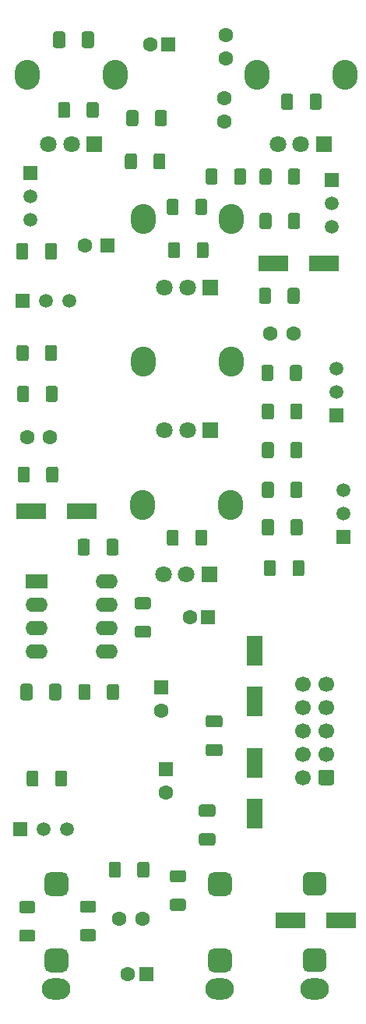
<source format=gbr>
%TF.GenerationSoftware,KiCad,Pcbnew,(5.1.9)-1*%
%TF.CreationDate,2021-08-15T07:19:13+01:00*%
%TF.ProjectId,8x8_Kick_Drum,3878385f-4b69-4636-9b5f-4472756d2e6b,rev?*%
%TF.SameCoordinates,Original*%
%TF.FileFunction,Soldermask,Top*%
%TF.FilePolarity,Negative*%
%FSLAX46Y46*%
G04 Gerber Fmt 4.6, Leading zero omitted, Abs format (unit mm)*
G04 Created by KiCad (PCBNEW (5.1.9)-1) date 2021-08-15 07:19:13*
%MOMM*%
%LPD*%
G01*
G04 APERTURE LIST*
%ADD10R,3.300000X1.700000*%
%ADD11R,1.700000X3.300000*%
%ADD12C,1.600000*%
%ADD13R,1.600000X1.600000*%
%ADD14O,3.100000X2.300000*%
%ADD15O,2.400000X1.600000*%
%ADD16R,2.400000X1.600000*%
%ADD17O,2.720000X3.240000*%
%ADD18C,1.800000*%
%ADD19R,1.800000X1.800000*%
%ADD20R,1.500000X1.500000*%
%ADD21C,1.500000*%
%ADD22C,1.700000*%
G04 APERTURE END LIST*
%TO.C,R26*%
G36*
G01*
X135138000Y-163053000D02*
X136388000Y-163053000D01*
G75*
G02*
X136638000Y-163303000I0J-250000D01*
G01*
X136638000Y-164103000D01*
G75*
G02*
X136388000Y-164353000I-250000J0D01*
G01*
X135138000Y-164353000D01*
G75*
G02*
X134888000Y-164103000I0J250000D01*
G01*
X134888000Y-163303000D01*
G75*
G02*
X135138000Y-163053000I250000J0D01*
G01*
G37*
G36*
G01*
X135138000Y-159953000D02*
X136388000Y-159953000D01*
G75*
G02*
X136638000Y-160203000I0J-250000D01*
G01*
X136638000Y-161003000D01*
G75*
G02*
X136388000Y-161253000I-250000J0D01*
G01*
X135138000Y-161253000D01*
G75*
G02*
X134888000Y-161003000I0J250000D01*
G01*
X134888000Y-160203000D01*
G75*
G02*
X135138000Y-159953000I250000J0D01*
G01*
G37*
%TD*%
%TO.C,R25*%
G36*
G01*
X144917000Y-159751000D02*
X146167000Y-159751000D01*
G75*
G02*
X146417000Y-160001000I0J-250000D01*
G01*
X146417000Y-160801000D01*
G75*
G02*
X146167000Y-161051000I-250000J0D01*
G01*
X144917000Y-161051000D01*
G75*
G02*
X144667000Y-160801000I0J250000D01*
G01*
X144667000Y-160001000D01*
G75*
G02*
X144917000Y-159751000I250000J0D01*
G01*
G37*
G36*
G01*
X144917000Y-156651000D02*
X146167000Y-156651000D01*
G75*
G02*
X146417000Y-156901000I0J-250000D01*
G01*
X146417000Y-157701000D01*
G75*
G02*
X146167000Y-157951000I-250000J0D01*
G01*
X144917000Y-157951000D01*
G75*
G02*
X144667000Y-157701000I0J250000D01*
G01*
X144667000Y-156901000D01*
G75*
G02*
X144917000Y-156651000I250000J0D01*
G01*
G37*
%TD*%
%TO.C,R24*%
G36*
G01*
X128534000Y-163105000D02*
X129784000Y-163105000D01*
G75*
G02*
X130034000Y-163355000I0J-250000D01*
G01*
X130034000Y-164155000D01*
G75*
G02*
X129784000Y-164405000I-250000J0D01*
G01*
X128534000Y-164405000D01*
G75*
G02*
X128284000Y-164155000I0J250000D01*
G01*
X128284000Y-163355000D01*
G75*
G02*
X128534000Y-163105000I250000J0D01*
G01*
G37*
G36*
G01*
X128534000Y-160005000D02*
X129784000Y-160005000D01*
G75*
G02*
X130034000Y-160255000I0J-250000D01*
G01*
X130034000Y-161055000D01*
G75*
G02*
X129784000Y-161305000I-250000J0D01*
G01*
X128534000Y-161305000D01*
G75*
G02*
X128284000Y-161055000I0J250000D01*
G01*
X128284000Y-160255000D01*
G75*
G02*
X128534000Y-160005000I250000J0D01*
G01*
G37*
%TD*%
%TO.C,R23*%
G36*
G01*
X139334000Y-155966000D02*
X139334000Y-157216000D01*
G75*
G02*
X139084000Y-157466000I-250000J0D01*
G01*
X138284000Y-157466000D01*
G75*
G02*
X138034000Y-157216000I0J250000D01*
G01*
X138034000Y-155966000D01*
G75*
G02*
X138284000Y-155716000I250000J0D01*
G01*
X139084000Y-155716000D01*
G75*
G02*
X139334000Y-155966000I0J-250000D01*
G01*
G37*
G36*
G01*
X142434000Y-155966000D02*
X142434000Y-157216000D01*
G75*
G02*
X142184000Y-157466000I-250000J0D01*
G01*
X141384000Y-157466000D01*
G75*
G02*
X141134000Y-157216000I0J250000D01*
G01*
X141134000Y-155966000D01*
G75*
G02*
X141384000Y-155716000I250000J0D01*
G01*
X142184000Y-155716000D01*
G75*
G02*
X142434000Y-155966000I0J-250000D01*
G01*
G37*
%TD*%
%TO.C,R22*%
G36*
G01*
X132192000Y-147310000D02*
X132192000Y-146060000D01*
G75*
G02*
X132442000Y-145810000I250000J0D01*
G01*
X133242000Y-145810000D01*
G75*
G02*
X133492000Y-146060000I0J-250000D01*
G01*
X133492000Y-147310000D01*
G75*
G02*
X133242000Y-147560000I-250000J0D01*
G01*
X132442000Y-147560000D01*
G75*
G02*
X132192000Y-147310000I0J250000D01*
G01*
G37*
G36*
G01*
X129092000Y-147310000D02*
X129092000Y-146060000D01*
G75*
G02*
X129342000Y-145810000I250000J0D01*
G01*
X130142000Y-145810000D01*
G75*
G02*
X130392000Y-146060000I0J-250000D01*
G01*
X130392000Y-147310000D01*
G75*
G02*
X130142000Y-147560000I-250000J0D01*
G01*
X129342000Y-147560000D01*
G75*
G02*
X129092000Y-147310000I0J250000D01*
G01*
G37*
%TD*%
%TO.C,R21*%
G36*
G01*
X142357000Y-128285000D02*
X141107000Y-128285000D01*
G75*
G02*
X140857000Y-128035000I0J250000D01*
G01*
X140857000Y-127235000D01*
G75*
G02*
X141107000Y-126985000I250000J0D01*
G01*
X142357000Y-126985000D01*
G75*
G02*
X142607000Y-127235000I0J-250000D01*
G01*
X142607000Y-128035000D01*
G75*
G02*
X142357000Y-128285000I-250000J0D01*
G01*
G37*
G36*
G01*
X142357000Y-131385000D02*
X141107000Y-131385000D01*
G75*
G02*
X140857000Y-131135000I0J250000D01*
G01*
X140857000Y-130335000D01*
G75*
G02*
X141107000Y-130085000I250000J0D01*
G01*
X142357000Y-130085000D01*
G75*
G02*
X142607000Y-130335000I0J-250000D01*
G01*
X142607000Y-131135000D01*
G75*
G02*
X142357000Y-131385000I-250000J0D01*
G01*
G37*
%TD*%
%TO.C,R20*%
G36*
G01*
X136032000Y-136662000D02*
X136032000Y-137912000D01*
G75*
G02*
X135782000Y-138162000I-250000J0D01*
G01*
X134982000Y-138162000D01*
G75*
G02*
X134732000Y-137912000I0J250000D01*
G01*
X134732000Y-136662000D01*
G75*
G02*
X134982000Y-136412000I250000J0D01*
G01*
X135782000Y-136412000D01*
G75*
G02*
X136032000Y-136662000I0J-250000D01*
G01*
G37*
G36*
G01*
X139132000Y-136662000D02*
X139132000Y-137912000D01*
G75*
G02*
X138882000Y-138162000I-250000J0D01*
G01*
X138082000Y-138162000D01*
G75*
G02*
X137832000Y-137912000I0J250000D01*
G01*
X137832000Y-136662000D01*
G75*
G02*
X138082000Y-136412000I250000J0D01*
G01*
X138882000Y-136412000D01*
G75*
G02*
X139132000Y-136662000I0J-250000D01*
G01*
G37*
%TD*%
%TO.C,R19*%
G36*
G01*
X133821000Y-73416000D02*
X133821000Y-74666000D01*
G75*
G02*
X133571000Y-74916000I-250000J0D01*
G01*
X132771000Y-74916000D01*
G75*
G02*
X132521000Y-74666000I0J250000D01*
G01*
X132521000Y-73416000D01*
G75*
G02*
X132771000Y-73166000I250000J0D01*
G01*
X133571000Y-73166000D01*
G75*
G02*
X133821000Y-73416000I0J-250000D01*
G01*
G37*
G36*
G01*
X136921000Y-73416000D02*
X136921000Y-74666000D01*
G75*
G02*
X136671000Y-74916000I-250000J0D01*
G01*
X135871000Y-74916000D01*
G75*
G02*
X135621000Y-74666000I0J250000D01*
G01*
X135621000Y-73416000D01*
G75*
G02*
X135871000Y-73166000I250000J0D01*
G01*
X136671000Y-73166000D01*
G75*
G02*
X136921000Y-73416000I0J-250000D01*
G01*
G37*
%TD*%
%TO.C,R18*%
G36*
G01*
X145785000Y-88656000D02*
X145785000Y-89906000D01*
G75*
G02*
X145535000Y-90156000I-250000J0D01*
G01*
X144735000Y-90156000D01*
G75*
G02*
X144485000Y-89906000I0J250000D01*
G01*
X144485000Y-88656000D01*
G75*
G02*
X144735000Y-88406000I250000J0D01*
G01*
X145535000Y-88406000D01*
G75*
G02*
X145785000Y-88656000I0J-250000D01*
G01*
G37*
G36*
G01*
X148885000Y-88656000D02*
X148885000Y-89906000D01*
G75*
G02*
X148635000Y-90156000I-250000J0D01*
G01*
X147835000Y-90156000D01*
G75*
G02*
X147585000Y-89906000I0J250000D01*
G01*
X147585000Y-88656000D01*
G75*
G02*
X147835000Y-88406000I250000J0D01*
G01*
X148635000Y-88406000D01*
G75*
G02*
X148885000Y-88656000I0J-250000D01*
G01*
G37*
%TD*%
%TO.C,R17*%
G36*
G01*
X159878000Y-73777000D02*
X159878000Y-72527000D01*
G75*
G02*
X160128000Y-72277000I250000J0D01*
G01*
X160928000Y-72277000D01*
G75*
G02*
X161178000Y-72527000I0J-250000D01*
G01*
X161178000Y-73777000D01*
G75*
G02*
X160928000Y-74027000I-250000J0D01*
G01*
X160128000Y-74027000D01*
G75*
G02*
X159878000Y-73777000I0J250000D01*
G01*
G37*
G36*
G01*
X156778000Y-73777000D02*
X156778000Y-72527000D01*
G75*
G02*
X157028000Y-72277000I250000J0D01*
G01*
X157828000Y-72277000D01*
G75*
G02*
X158078000Y-72527000I0J-250000D01*
G01*
X158078000Y-73777000D01*
G75*
G02*
X157828000Y-74027000I-250000J0D01*
G01*
X157028000Y-74027000D01*
G75*
G02*
X156778000Y-73777000I0J250000D01*
G01*
G37*
%TD*%
%TO.C,R16*%
G36*
G01*
X141086000Y-79004000D02*
X141086000Y-80254000D01*
G75*
G02*
X140836000Y-80504000I-250000J0D01*
G01*
X140036000Y-80504000D01*
G75*
G02*
X139786000Y-80254000I0J250000D01*
G01*
X139786000Y-79004000D01*
G75*
G02*
X140036000Y-78754000I250000J0D01*
G01*
X140836000Y-78754000D01*
G75*
G02*
X141086000Y-79004000I0J-250000D01*
G01*
G37*
G36*
G01*
X144186000Y-79004000D02*
X144186000Y-80254000D01*
G75*
G02*
X143936000Y-80504000I-250000J0D01*
G01*
X143136000Y-80504000D01*
G75*
G02*
X142886000Y-80254000I0J250000D01*
G01*
X142886000Y-79004000D01*
G75*
G02*
X143136000Y-78754000I250000J0D01*
G01*
X143936000Y-78754000D01*
G75*
G02*
X144186000Y-79004000I0J-250000D01*
G01*
G37*
%TD*%
%TO.C,R15*%
G36*
G01*
X145632000Y-83957000D02*
X145632000Y-85207000D01*
G75*
G02*
X145382000Y-85457000I-250000J0D01*
G01*
X144582000Y-85457000D01*
G75*
G02*
X144332000Y-85207000I0J250000D01*
G01*
X144332000Y-83957000D01*
G75*
G02*
X144582000Y-83707000I250000J0D01*
G01*
X145382000Y-83707000D01*
G75*
G02*
X145632000Y-83957000I0J-250000D01*
G01*
G37*
G36*
G01*
X148732000Y-83957000D02*
X148732000Y-85207000D01*
G75*
G02*
X148482000Y-85457000I-250000J0D01*
G01*
X147682000Y-85457000D01*
G75*
G02*
X147432000Y-85207000I0J250000D01*
G01*
X147432000Y-83957000D01*
G75*
G02*
X147682000Y-83707000I250000J0D01*
G01*
X148482000Y-83707000D01*
G75*
G02*
X148732000Y-83957000I0J-250000D01*
G01*
G37*
%TD*%
%TO.C,R14*%
G36*
G01*
X157517000Y-81905000D02*
X157517000Y-80655000D01*
G75*
G02*
X157767000Y-80405000I250000J0D01*
G01*
X158567000Y-80405000D01*
G75*
G02*
X158817000Y-80655000I0J-250000D01*
G01*
X158817000Y-81905000D01*
G75*
G02*
X158567000Y-82155000I-250000J0D01*
G01*
X157767000Y-82155000D01*
G75*
G02*
X157517000Y-81905000I0J250000D01*
G01*
G37*
G36*
G01*
X154417000Y-81905000D02*
X154417000Y-80655000D01*
G75*
G02*
X154667000Y-80405000I250000J0D01*
G01*
X155467000Y-80405000D01*
G75*
G02*
X155717000Y-80655000I0J-250000D01*
G01*
X155717000Y-81905000D01*
G75*
G02*
X155467000Y-82155000I-250000J0D01*
G01*
X154667000Y-82155000D01*
G75*
G02*
X154417000Y-81905000I0J250000D01*
G01*
G37*
%TD*%
%TO.C,R13*%
G36*
G01*
X129428000Y-113040000D02*
X129428000Y-114290000D01*
G75*
G02*
X129178000Y-114540000I-250000J0D01*
G01*
X128378000Y-114540000D01*
G75*
G02*
X128128000Y-114290000I0J250000D01*
G01*
X128128000Y-113040000D01*
G75*
G02*
X128378000Y-112790000I250000J0D01*
G01*
X129178000Y-112790000D01*
G75*
G02*
X129428000Y-113040000I0J-250000D01*
G01*
G37*
G36*
G01*
X132528000Y-113040000D02*
X132528000Y-114290000D01*
G75*
G02*
X132278000Y-114540000I-250000J0D01*
G01*
X131478000Y-114540000D01*
G75*
G02*
X131228000Y-114290000I0J250000D01*
G01*
X131228000Y-113040000D01*
G75*
G02*
X131478000Y-112790000I250000J0D01*
G01*
X132278000Y-112790000D01*
G75*
G02*
X132528000Y-113040000I0J-250000D01*
G01*
G37*
%TD*%
%TO.C,R12*%
G36*
G01*
X157719000Y-103241000D02*
X157719000Y-101991000D01*
G75*
G02*
X157969000Y-101741000I250000J0D01*
G01*
X158769000Y-101741000D01*
G75*
G02*
X159019000Y-101991000I0J-250000D01*
G01*
X159019000Y-103241000D01*
G75*
G02*
X158769000Y-103491000I-250000J0D01*
G01*
X157969000Y-103491000D01*
G75*
G02*
X157719000Y-103241000I0J250000D01*
G01*
G37*
G36*
G01*
X154619000Y-103241000D02*
X154619000Y-101991000D01*
G75*
G02*
X154869000Y-101741000I250000J0D01*
G01*
X155669000Y-101741000D01*
G75*
G02*
X155919000Y-101991000I0J-250000D01*
G01*
X155919000Y-103241000D01*
G75*
G02*
X155669000Y-103491000I-250000J0D01*
G01*
X154869000Y-103491000D01*
G75*
G02*
X154619000Y-103241000I0J250000D01*
G01*
G37*
%TD*%
%TO.C,R11*%
G36*
G01*
X155717000Y-85481000D02*
X155717000Y-86731000D01*
G75*
G02*
X155467000Y-86981000I-250000J0D01*
G01*
X154667000Y-86981000D01*
G75*
G02*
X154417000Y-86731000I0J250000D01*
G01*
X154417000Y-85481000D01*
G75*
G02*
X154667000Y-85231000I250000J0D01*
G01*
X155467000Y-85231000D01*
G75*
G02*
X155717000Y-85481000I0J-250000D01*
G01*
G37*
G36*
G01*
X158817000Y-85481000D02*
X158817000Y-86731000D01*
G75*
G02*
X158567000Y-86981000I-250000J0D01*
G01*
X157767000Y-86981000D01*
G75*
G02*
X157517000Y-86731000I0J250000D01*
G01*
X157517000Y-85481000D01*
G75*
G02*
X157767000Y-85231000I250000J0D01*
G01*
X158567000Y-85231000D01*
G75*
G02*
X158817000Y-85481000I0J-250000D01*
G01*
G37*
%TD*%
%TO.C,R10*%
G36*
G01*
X155665000Y-93609000D02*
X155665000Y-94859000D01*
G75*
G02*
X155415000Y-95109000I-250000J0D01*
G01*
X154615000Y-95109000D01*
G75*
G02*
X154365000Y-94859000I0J250000D01*
G01*
X154365000Y-93609000D01*
G75*
G02*
X154615000Y-93359000I250000J0D01*
G01*
X155415000Y-93359000D01*
G75*
G02*
X155665000Y-93609000I0J-250000D01*
G01*
G37*
G36*
G01*
X158765000Y-93609000D02*
X158765000Y-94859000D01*
G75*
G02*
X158515000Y-95109000I-250000J0D01*
G01*
X157715000Y-95109000D01*
G75*
G02*
X157465000Y-94859000I0J250000D01*
G01*
X157465000Y-93609000D01*
G75*
G02*
X157715000Y-93359000I250000J0D01*
G01*
X158515000Y-93359000D01*
G75*
G02*
X158765000Y-93609000I0J-250000D01*
G01*
G37*
%TD*%
%TO.C,R9*%
G36*
G01*
X131176000Y-105527000D02*
X131176000Y-104277000D01*
G75*
G02*
X131426000Y-104027000I250000J0D01*
G01*
X132226000Y-104027000D01*
G75*
G02*
X132476000Y-104277000I0J-250000D01*
G01*
X132476000Y-105527000D01*
G75*
G02*
X132226000Y-105777000I-250000J0D01*
G01*
X131426000Y-105777000D01*
G75*
G02*
X131176000Y-105527000I0J250000D01*
G01*
G37*
G36*
G01*
X128076000Y-105527000D02*
X128076000Y-104277000D01*
G75*
G02*
X128326000Y-104027000I250000J0D01*
G01*
X129126000Y-104027000D01*
G75*
G02*
X129376000Y-104277000I0J-250000D01*
G01*
X129376000Y-105527000D01*
G75*
G02*
X129126000Y-105777000I-250000J0D01*
G01*
X128326000Y-105777000D01*
G75*
G02*
X128076000Y-105527000I0J250000D01*
G01*
G37*
%TD*%
%TO.C,R8*%
G36*
G01*
X157771000Y-111623000D02*
X157771000Y-110373000D01*
G75*
G02*
X158021000Y-110123000I250000J0D01*
G01*
X158821000Y-110123000D01*
G75*
G02*
X159071000Y-110373000I0J-250000D01*
G01*
X159071000Y-111623000D01*
G75*
G02*
X158821000Y-111873000I-250000J0D01*
G01*
X158021000Y-111873000D01*
G75*
G02*
X157771000Y-111623000I0J250000D01*
G01*
G37*
G36*
G01*
X154671000Y-111623000D02*
X154671000Y-110373000D01*
G75*
G02*
X154921000Y-110123000I250000J0D01*
G01*
X155721000Y-110123000D01*
G75*
G02*
X155971000Y-110373000I0J-250000D01*
G01*
X155971000Y-111623000D01*
G75*
G02*
X155721000Y-111873000I-250000J0D01*
G01*
X154921000Y-111873000D01*
G75*
G02*
X154671000Y-111623000I0J250000D01*
G01*
G37*
%TD*%
%TO.C,R7*%
G36*
G01*
X155971000Y-106182000D02*
X155971000Y-107432000D01*
G75*
G02*
X155721000Y-107682000I-250000J0D01*
G01*
X154921000Y-107682000D01*
G75*
G02*
X154671000Y-107432000I0J250000D01*
G01*
X154671000Y-106182000D01*
G75*
G02*
X154921000Y-105932000I250000J0D01*
G01*
X155721000Y-105932000D01*
G75*
G02*
X155971000Y-106182000I0J-250000D01*
G01*
G37*
G36*
G01*
X159071000Y-106182000D02*
X159071000Y-107432000D01*
G75*
G02*
X158821000Y-107682000I-250000J0D01*
G01*
X158021000Y-107682000D01*
G75*
G02*
X157771000Y-107432000I0J250000D01*
G01*
X157771000Y-106182000D01*
G75*
G02*
X158021000Y-105932000I250000J0D01*
G01*
X158821000Y-105932000D01*
G75*
G02*
X159071000Y-106182000I0J-250000D01*
G01*
G37*
%TD*%
%TO.C,R6*%
G36*
G01*
X131101000Y-101082000D02*
X131101000Y-99832000D01*
G75*
G02*
X131351000Y-99582000I250000J0D01*
G01*
X132151000Y-99582000D01*
G75*
G02*
X132401000Y-99832000I0J-250000D01*
G01*
X132401000Y-101082000D01*
G75*
G02*
X132151000Y-101332000I-250000J0D01*
G01*
X131351000Y-101332000D01*
G75*
G02*
X131101000Y-101082000I0J250000D01*
G01*
G37*
G36*
G01*
X128001000Y-101082000D02*
X128001000Y-99832000D01*
G75*
G02*
X128251000Y-99582000I250000J0D01*
G01*
X129051000Y-99582000D01*
G75*
G02*
X129301000Y-99832000I0J-250000D01*
G01*
X129301000Y-101082000D01*
G75*
G02*
X129051000Y-101332000I-250000J0D01*
G01*
X128251000Y-101332000D01*
G75*
G02*
X128001000Y-101082000I0J250000D01*
G01*
G37*
%TD*%
%TO.C,R5*%
G36*
G01*
X157999000Y-124450000D02*
X157999000Y-123200000D01*
G75*
G02*
X158249000Y-122950000I250000J0D01*
G01*
X159049000Y-122950000D01*
G75*
G02*
X159299000Y-123200000I0J-250000D01*
G01*
X159299000Y-124450000D01*
G75*
G02*
X159049000Y-124700000I-250000J0D01*
G01*
X158249000Y-124700000D01*
G75*
G02*
X157999000Y-124450000I0J250000D01*
G01*
G37*
G36*
G01*
X154899000Y-124450000D02*
X154899000Y-123200000D01*
G75*
G02*
X155149000Y-122950000I250000J0D01*
G01*
X155949000Y-122950000D01*
G75*
G02*
X156199000Y-123200000I0J-250000D01*
G01*
X156199000Y-124450000D01*
G75*
G02*
X155949000Y-124700000I-250000J0D01*
G01*
X155149000Y-124700000D01*
G75*
G02*
X154899000Y-124450000I0J250000D01*
G01*
G37*
%TD*%
%TO.C,R4*%
G36*
G01*
X157771000Y-115941000D02*
X157771000Y-114691000D01*
G75*
G02*
X158021000Y-114441000I250000J0D01*
G01*
X158821000Y-114441000D01*
G75*
G02*
X159071000Y-114691000I0J-250000D01*
G01*
X159071000Y-115941000D01*
G75*
G02*
X158821000Y-116191000I-250000J0D01*
G01*
X158021000Y-116191000D01*
G75*
G02*
X157771000Y-115941000I0J250000D01*
G01*
G37*
G36*
G01*
X154671000Y-115941000D02*
X154671000Y-114691000D01*
G75*
G02*
X154921000Y-114441000I250000J0D01*
G01*
X155721000Y-114441000D01*
G75*
G02*
X155971000Y-114691000I0J-250000D01*
G01*
X155971000Y-115941000D01*
G75*
G02*
X155721000Y-116191000I-250000J0D01*
G01*
X154921000Y-116191000D01*
G75*
G02*
X154671000Y-115941000I0J250000D01*
G01*
G37*
%TD*%
%TO.C,R3*%
G36*
G01*
X143039000Y-75555000D02*
X143039000Y-74305000D01*
G75*
G02*
X143289000Y-74055000I250000J0D01*
G01*
X144089000Y-74055000D01*
G75*
G02*
X144339000Y-74305000I0J-250000D01*
G01*
X144339000Y-75555000D01*
G75*
G02*
X144089000Y-75805000I-250000J0D01*
G01*
X143289000Y-75805000D01*
G75*
G02*
X143039000Y-75555000I0J250000D01*
G01*
G37*
G36*
G01*
X139939000Y-75555000D02*
X139939000Y-74305000D01*
G75*
G02*
X140189000Y-74055000I250000J0D01*
G01*
X140989000Y-74055000D01*
G75*
G02*
X141239000Y-74305000I0J-250000D01*
G01*
X141239000Y-75555000D01*
G75*
G02*
X140989000Y-75805000I-250000J0D01*
G01*
X140189000Y-75805000D01*
G75*
G02*
X139939000Y-75555000I0J250000D01*
G01*
G37*
%TD*%
%TO.C,R2*%
G36*
G01*
X151649000Y-81905000D02*
X151649000Y-80655000D01*
G75*
G02*
X151899000Y-80405000I250000J0D01*
G01*
X152699000Y-80405000D01*
G75*
G02*
X152949000Y-80655000I0J-250000D01*
G01*
X152949000Y-81905000D01*
G75*
G02*
X152699000Y-82155000I-250000J0D01*
G01*
X151899000Y-82155000D01*
G75*
G02*
X151649000Y-81905000I0J250000D01*
G01*
G37*
G36*
G01*
X148549000Y-81905000D02*
X148549000Y-80655000D01*
G75*
G02*
X148799000Y-80405000I250000J0D01*
G01*
X149599000Y-80405000D01*
G75*
G02*
X149849000Y-80655000I0J-250000D01*
G01*
X149849000Y-81905000D01*
G75*
G02*
X149599000Y-82155000I-250000J0D01*
G01*
X148799000Y-82155000D01*
G75*
G02*
X148549000Y-81905000I0J250000D01*
G01*
G37*
%TD*%
%TO.C,R1*%
G36*
G01*
X145632000Y-119898000D02*
X145632000Y-121148000D01*
G75*
G02*
X145382000Y-121398000I-250000J0D01*
G01*
X144582000Y-121398000D01*
G75*
G02*
X144332000Y-121148000I0J250000D01*
G01*
X144332000Y-119898000D01*
G75*
G02*
X144582000Y-119648000I250000J0D01*
G01*
X145382000Y-119648000D01*
G75*
G02*
X145632000Y-119898000I0J-250000D01*
G01*
G37*
G36*
G01*
X148732000Y-119898000D02*
X148732000Y-121148000D01*
G75*
G02*
X148482000Y-121398000I-250000J0D01*
G01*
X147682000Y-121398000D01*
G75*
G02*
X147432000Y-121148000I0J250000D01*
G01*
X147432000Y-119898000D01*
G75*
G02*
X147682000Y-119648000I250000J0D01*
G01*
X148482000Y-119648000D01*
G75*
G02*
X148732000Y-119898000I0J-250000D01*
G01*
G37*
%TD*%
D10*
%TO.C,D5*%
X161456000Y-90678000D03*
X155956000Y-90678000D03*
%TD*%
%TO.C,D4*%
X129628000Y-117602000D03*
X135128000Y-117602000D03*
%TD*%
D11*
%TO.C,D3*%
X153924000Y-150451000D03*
X153924000Y-144951000D03*
%TD*%
%TO.C,D2*%
X153924000Y-132759000D03*
X153924000Y-138259000D03*
%TD*%
D10*
%TO.C,D1*%
X163322000Y-162052000D03*
X157822000Y-162052000D03*
%TD*%
D12*
%TO.C,C17*%
X140113000Y-167894000D03*
D13*
X142113000Y-167894000D03*
%TD*%
D12*
%TO.C,C13*%
X146844000Y-129159000D03*
D13*
X148844000Y-129159000D03*
%TD*%
D12*
%TO.C,C12*%
X142526000Y-66929000D03*
D13*
X144526000Y-66929000D03*
%TD*%
D12*
%TO.C,C3*%
X144272000Y-148169000D03*
D13*
X144272000Y-145669000D03*
%TD*%
D12*
%TO.C,C2*%
X143764000Y-139279000D03*
D13*
X143764000Y-136779000D03*
%TD*%
%TO.C,J4*%
G36*
G01*
X133634000Y-165795000D02*
X133634000Y-167095000D01*
G75*
G02*
X132984000Y-167745000I-650000J0D01*
G01*
X131684000Y-167745000D01*
G75*
G02*
X131034000Y-167095000I0J650000D01*
G01*
X131034000Y-165795000D01*
G75*
G02*
X131684000Y-165145000I650000J0D01*
G01*
X132984000Y-165145000D01*
G75*
G02*
X133634000Y-165795000I0J-650000D01*
G01*
G37*
D14*
X132334000Y-169545000D03*
G36*
G01*
X133634000Y-157495000D02*
X133634000Y-158795000D01*
G75*
G02*
X132984000Y-159445000I-650000J0D01*
G01*
X131684000Y-159445000D01*
G75*
G02*
X131034000Y-158795000I0J650000D01*
G01*
X131034000Y-157495000D01*
G75*
G02*
X131684000Y-156845000I650000J0D01*
G01*
X132984000Y-156845000D01*
G75*
G02*
X133634000Y-157495000I0J-650000D01*
G01*
G37*
%TD*%
%TO.C,J3*%
G36*
G01*
X151414000Y-165798000D02*
X151414000Y-167098000D01*
G75*
G02*
X150764000Y-167748000I-650000J0D01*
G01*
X149464000Y-167748000D01*
G75*
G02*
X148814000Y-167098000I0J650000D01*
G01*
X148814000Y-165798000D01*
G75*
G02*
X149464000Y-165148000I650000J0D01*
G01*
X150764000Y-165148000D01*
G75*
G02*
X151414000Y-165798000I0J-650000D01*
G01*
G37*
X150114000Y-169548000D03*
G36*
G01*
X151414000Y-157498000D02*
X151414000Y-158798000D01*
G75*
G02*
X150764000Y-159448000I-650000J0D01*
G01*
X149464000Y-159448000D01*
G75*
G02*
X148814000Y-158798000I0J650000D01*
G01*
X148814000Y-157498000D01*
G75*
G02*
X149464000Y-156848000I650000J0D01*
G01*
X150764000Y-156848000D01*
G75*
G02*
X151414000Y-157498000I0J-650000D01*
G01*
G37*
%TD*%
%TO.C,J2*%
G36*
G01*
X161701000Y-165765000D02*
X161701000Y-167065000D01*
G75*
G02*
X161051000Y-167715000I-650000J0D01*
G01*
X159751000Y-167715000D01*
G75*
G02*
X159101000Y-167065000I0J650000D01*
G01*
X159101000Y-165765000D01*
G75*
G02*
X159751000Y-165115000I650000J0D01*
G01*
X161051000Y-165115000D01*
G75*
G02*
X161701000Y-165765000I0J-650000D01*
G01*
G37*
X160401000Y-169515000D03*
G36*
G01*
X161701000Y-157465000D02*
X161701000Y-158765000D01*
G75*
G02*
X161051000Y-159415000I-650000J0D01*
G01*
X159751000Y-159415000D01*
G75*
G02*
X159101000Y-158765000I0J650000D01*
G01*
X159101000Y-157465000D01*
G75*
G02*
X159751000Y-156815000I650000J0D01*
G01*
X161051000Y-156815000D01*
G75*
G02*
X161701000Y-157465000I0J-650000D01*
G01*
G37*
%TD*%
D15*
%TO.C,U1*%
X137795000Y-125222000D03*
X130175000Y-132842000D03*
X137795000Y-127762000D03*
X130175000Y-130302000D03*
X137795000Y-130302000D03*
X130175000Y-127762000D03*
X137795000Y-132842000D03*
D16*
X130175000Y-125222000D03*
%TD*%
D17*
%TO.C,RV5*%
X151384000Y-101346000D03*
X141784000Y-101346000D03*
D18*
X144084000Y-108846000D03*
X146584000Y-108846000D03*
D19*
X149084000Y-108846000D03*
%TD*%
D17*
%TO.C,RV3*%
X151271000Y-116960000D03*
X141671000Y-116960000D03*
D18*
X143971000Y-124460000D03*
X146471000Y-124460000D03*
D19*
X148971000Y-124460000D03*
%TD*%
D17*
%TO.C,RV4*%
X151384000Y-85852000D03*
X141784000Y-85852000D03*
D18*
X144084000Y-93352000D03*
X146584000Y-93352000D03*
D19*
X149084000Y-93352000D03*
%TD*%
D17*
%TO.C,RV2*%
X138759000Y-70224000D03*
X129159000Y-70224000D03*
D18*
X131459000Y-77724000D03*
X133959000Y-77724000D03*
D19*
X136459000Y-77724000D03*
%TD*%
D17*
%TO.C,RV1*%
X163703000Y-70224000D03*
X154103000Y-70224000D03*
D18*
X156403000Y-77724000D03*
X158903000Y-77724000D03*
D19*
X161403000Y-77724000D03*
%TD*%
D20*
%TO.C,Q6*%
X128397000Y-152146000D03*
D21*
X133477000Y-152146000D03*
X130937000Y-152146000D03*
%TD*%
D20*
%TO.C,Q5*%
X162306000Y-81661000D03*
D21*
X162306000Y-86741000D03*
X162306000Y-84201000D03*
%TD*%
D20*
%TO.C,Q4*%
X128651000Y-94742000D03*
D21*
X133731000Y-94742000D03*
X131191000Y-94742000D03*
%TD*%
D20*
%TO.C,Q3*%
X162814000Y-107188000D03*
D21*
X162814000Y-102108000D03*
X162814000Y-104648000D03*
%TD*%
D20*
%TO.C,Q2*%
X163576000Y-120396000D03*
D21*
X163576000Y-115316000D03*
X163576000Y-117856000D03*
%TD*%
D20*
%TO.C,Q1*%
X129540000Y-80899000D03*
D21*
X129540000Y-85979000D03*
X129540000Y-83439000D03*
%TD*%
%TO.C,C16*%
G36*
G01*
X129744000Y-136636999D02*
X129744000Y-137937001D01*
G75*
G02*
X129494001Y-138187000I-249999J0D01*
G01*
X128668999Y-138187000D01*
G75*
G02*
X128419000Y-137937001I0J249999D01*
G01*
X128419000Y-136636999D01*
G75*
G02*
X128668999Y-136387000I249999J0D01*
G01*
X129494001Y-136387000D01*
G75*
G02*
X129744000Y-136636999I0J-249999D01*
G01*
G37*
G36*
G01*
X132869000Y-136636999D02*
X132869000Y-137937001D01*
G75*
G02*
X132619001Y-138187000I-249999J0D01*
G01*
X131793999Y-138187000D01*
G75*
G02*
X131544000Y-137937001I0J249999D01*
G01*
X131544000Y-136636999D01*
G75*
G02*
X131793999Y-136387000I249999J0D01*
G01*
X132619001Y-136387000D01*
G75*
G02*
X132869000Y-136636999I0J-249999D01*
G01*
G37*
%TD*%
%TO.C,C15*%
G36*
G01*
X135968000Y-120888999D02*
X135968000Y-122189001D01*
G75*
G02*
X135718001Y-122439000I-249999J0D01*
G01*
X134892999Y-122439000D01*
G75*
G02*
X134643000Y-122189001I0J249999D01*
G01*
X134643000Y-120888999D01*
G75*
G02*
X134892999Y-120639000I249999J0D01*
G01*
X135718001Y-120639000D01*
G75*
G02*
X135968000Y-120888999I0J-249999D01*
G01*
G37*
G36*
G01*
X139093000Y-120888999D02*
X139093000Y-122189001D01*
G75*
G02*
X138843001Y-122439000I-249999J0D01*
G01*
X138017999Y-122439000D01*
G75*
G02*
X137768000Y-122189001I0J249999D01*
G01*
X137768000Y-120888999D01*
G75*
G02*
X138017999Y-120639000I249999J0D01*
G01*
X138843001Y-120639000D01*
G75*
G02*
X139093000Y-120888999I0J-249999D01*
G01*
G37*
%TD*%
D22*
%TO.C,J1*%
X159131000Y-136398000D03*
X159131000Y-138938000D03*
X159131000Y-141478000D03*
X159131000Y-144018000D03*
X159131000Y-146558000D03*
X161671000Y-136398000D03*
X161671000Y-138938000D03*
X161671000Y-141478000D03*
X161671000Y-144018000D03*
G36*
G01*
X162521000Y-145958000D02*
X162521000Y-147158000D01*
G75*
G02*
X162271000Y-147408000I-250000J0D01*
G01*
X161071000Y-147408000D01*
G75*
G02*
X160821000Y-147158000I0J250000D01*
G01*
X160821000Y-145958000D01*
G75*
G02*
X161071000Y-145708000I250000J0D01*
G01*
X162271000Y-145708000D01*
G75*
G02*
X162521000Y-145958000I0J-250000D01*
G01*
G37*
%TD*%
D12*
%TO.C,C18*%
X141692000Y-161925000D03*
X139192000Y-161925000D03*
%TD*%
%TO.C,C11*%
G36*
G01*
X133300000Y-65770999D02*
X133300000Y-67071001D01*
G75*
G02*
X133050001Y-67321000I-249999J0D01*
G01*
X132224999Y-67321000D01*
G75*
G02*
X131975000Y-67071001I0J249999D01*
G01*
X131975000Y-65770999D01*
G75*
G02*
X132224999Y-65521000I249999J0D01*
G01*
X133050001Y-65521000D01*
G75*
G02*
X133300000Y-65770999I0J-249999D01*
G01*
G37*
G36*
G01*
X136425000Y-65770999D02*
X136425000Y-67071001D01*
G75*
G02*
X136175001Y-67321000I-249999J0D01*
G01*
X135349999Y-67321000D01*
G75*
G02*
X135100000Y-67071001I0J249999D01*
G01*
X135100000Y-65770999D01*
G75*
G02*
X135349999Y-65521000I249999J0D01*
G01*
X136175001Y-65521000D01*
G75*
G02*
X136425000Y-65770999I0J-249999D01*
G01*
G37*
%TD*%
%TO.C,C14*%
X135422000Y-88773000D03*
D13*
X137922000Y-88773000D03*
%TD*%
D12*
%TO.C,C10*%
X150622000Y-75271000D03*
X150622000Y-72771000D03*
%TD*%
%TO.C,C9*%
X150749000Y-68413000D03*
X150749000Y-65913000D03*
%TD*%
%TO.C,C8*%
X131659000Y-109601000D03*
X129159000Y-109601000D03*
%TD*%
%TO.C,C7*%
X155615000Y-98298000D03*
X158115000Y-98298000D03*
%TD*%
%TO.C,C6*%
G36*
G01*
X149367001Y-150826000D02*
X148066999Y-150826000D01*
G75*
G02*
X147817000Y-150576001I0J249999D01*
G01*
X147817000Y-149750999D01*
G75*
G02*
X148066999Y-149501000I249999J0D01*
G01*
X149367001Y-149501000D01*
G75*
G02*
X149617000Y-149750999I0J-249999D01*
G01*
X149617000Y-150576001D01*
G75*
G02*
X149367001Y-150826000I-249999J0D01*
G01*
G37*
G36*
G01*
X149367001Y-153951000D02*
X148066999Y-153951000D01*
G75*
G02*
X147817000Y-153701001I0J249999D01*
G01*
X147817000Y-152875999D01*
G75*
G02*
X148066999Y-152626000I249999J0D01*
G01*
X149367001Y-152626000D01*
G75*
G02*
X149617000Y-152875999I0J-249999D01*
G01*
X149617000Y-153701001D01*
G75*
G02*
X149367001Y-153951000I-249999J0D01*
G01*
G37*
%TD*%
%TO.C,C5*%
G36*
G01*
X150129001Y-141124000D02*
X148828999Y-141124000D01*
G75*
G02*
X148579000Y-140874001I0J249999D01*
G01*
X148579000Y-140048999D01*
G75*
G02*
X148828999Y-139799000I249999J0D01*
G01*
X150129001Y-139799000D01*
G75*
G02*
X150379000Y-140048999I0J-249999D01*
G01*
X150379000Y-140874001D01*
G75*
G02*
X150129001Y-141124000I-249999J0D01*
G01*
G37*
G36*
G01*
X150129001Y-144249000D02*
X148828999Y-144249000D01*
G75*
G02*
X148579000Y-143999001I0J249999D01*
G01*
X148579000Y-143173999D01*
G75*
G02*
X148828999Y-142924000I249999J0D01*
G01*
X150129001Y-142924000D01*
G75*
G02*
X150379000Y-143173999I0J-249999D01*
G01*
X150379000Y-143999001D01*
G75*
G02*
X150129001Y-144249000I-249999J0D01*
G01*
G37*
%TD*%
%TO.C,C4*%
G36*
G01*
X131075000Y-90058001D02*
X131075000Y-88757999D01*
G75*
G02*
X131324999Y-88508000I249999J0D01*
G01*
X132150001Y-88508000D01*
G75*
G02*
X132400000Y-88757999I0J-249999D01*
G01*
X132400000Y-90058001D01*
G75*
G02*
X132150001Y-90308000I-249999J0D01*
G01*
X131324999Y-90308000D01*
G75*
G02*
X131075000Y-90058001I0J249999D01*
G01*
G37*
G36*
G01*
X127950000Y-90058001D02*
X127950000Y-88757999D01*
G75*
G02*
X128199999Y-88508000I249999J0D01*
G01*
X129025001Y-88508000D01*
G75*
G02*
X129275000Y-88757999I0J-249999D01*
G01*
X129275000Y-90058001D01*
G75*
G02*
X129025001Y-90308000I-249999J0D01*
G01*
X128199999Y-90308000D01*
G75*
G02*
X127950000Y-90058001I0J249999D01*
G01*
G37*
%TD*%
%TO.C,C1*%
G36*
G01*
X155984000Y-118729999D02*
X155984000Y-120030001D01*
G75*
G02*
X155734001Y-120280000I-249999J0D01*
G01*
X154908999Y-120280000D01*
G75*
G02*
X154659000Y-120030001I0J249999D01*
G01*
X154659000Y-118729999D01*
G75*
G02*
X154908999Y-118480000I249999J0D01*
G01*
X155734001Y-118480000D01*
G75*
G02*
X155984000Y-118729999I0J-249999D01*
G01*
G37*
G36*
G01*
X159109000Y-118729999D02*
X159109000Y-120030001D01*
G75*
G02*
X158859001Y-120280000I-249999J0D01*
G01*
X158033999Y-120280000D01*
G75*
G02*
X157784000Y-120030001I0J249999D01*
G01*
X157784000Y-118729999D01*
G75*
G02*
X158033999Y-118480000I249999J0D01*
G01*
X158859001Y-118480000D01*
G75*
G02*
X159109000Y-118729999I0J-249999D01*
G01*
G37*
%TD*%
M02*

</source>
